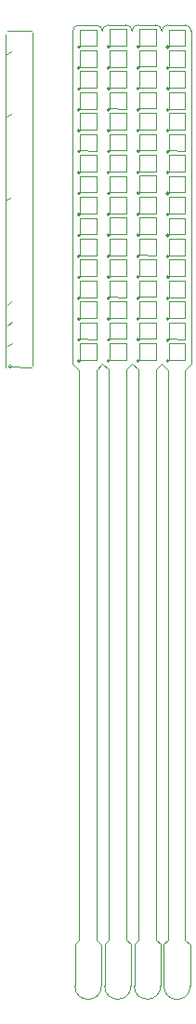
<source format=gto>
G04 #@! TF.GenerationSoftware,KiCad,Pcbnew,(5.99.0-286-g11f0acefe)*
G04 #@! TF.CreationDate,2020-01-02T20:44:44-05:00*
G04 #@! TF.ProjectId,output3,6f757470-7574-4332-9e6b-696361645f70,rev?*
G04 #@! TF.SameCoordinates,Original*
G04 #@! TF.FileFunction,Legend,Top*
G04 #@! TF.FilePolarity,Positive*
%FSLAX46Y46*%
G04 Gerber Fmt 4.6, Leading zero omitted, Abs format (unit mm)*
G04 Created by KiCad (PCBNEW (5.99.0-286-g11f0acefe)) date 2020-01-02 20:44:44*
%MOMM*%
%LPD*%
G04 APERTURE LIST*
%ADD10C,0.050000*%
%ADD11C,0.120000*%
%ADD12C,0.150000*%
G04 APERTURE END LIST*
D10*
X93750000Y-45080000D02*
X93750002Y-45099999D01*
X93750000Y-75280000D02*
X93750000Y-75300000D01*
X91050000Y-75280000D02*
X91050000Y-75290000D01*
X88350000Y-75290000D02*
X88350000Y-75300000D01*
X88350002Y-45089999D02*
X88350000Y-45100000D01*
X91050002Y-45079999D02*
X91050000Y-45090000D01*
X93750002Y-45099999D02*
G75*
G02X94300001Y-44550002I549998J-1D01*
G01*
X96350000Y-131800000D02*
G75*
G02X93950000Y-131800000I-1200000J0D01*
G01*
X94300000Y-127600000D02*
X94300000Y-75850000D01*
X94300000Y-75850000D02*
X93750000Y-75300000D01*
X94300000Y-44550000D02*
X95900003Y-44550001D01*
X96450000Y-45100000D02*
X96450000Y-75300000D01*
X96450000Y-75300000D02*
X95900000Y-75850000D01*
X95900003Y-44550001D02*
G75*
G02X96450000Y-45100000I-1J-549998D01*
G01*
X96350000Y-128000000D02*
X95900000Y-127600000D01*
X94300000Y-127600000D02*
X93950000Y-127950000D01*
X96350000Y-131800000D02*
X96350000Y-128000000D01*
X93950000Y-127950000D02*
X93950000Y-131800000D01*
X95900000Y-75850000D02*
X95900000Y-127600000D01*
X91050002Y-45079999D02*
G75*
G02X91600001Y-44530002I549998J-1D01*
G01*
X93650000Y-131780000D02*
G75*
G02X91250000Y-131780000I-1200000J0D01*
G01*
X91600000Y-127580000D02*
X91600000Y-75830000D01*
X91600000Y-75830000D02*
X91050000Y-75280000D01*
X91600000Y-44530000D02*
X93200003Y-44530001D01*
X93750000Y-75280000D02*
X93200000Y-75830000D01*
X93200003Y-44530001D02*
G75*
G02X93750000Y-45080000I-1J-549998D01*
G01*
X93650000Y-127980000D02*
X93200000Y-127580000D01*
X91600000Y-127580000D02*
X91250000Y-127930000D01*
X93650000Y-131780000D02*
X93650000Y-127980000D01*
X91250000Y-127930000D02*
X91250000Y-131780000D01*
X93200000Y-75830000D02*
X93200000Y-127580000D01*
X88350002Y-45089999D02*
G75*
G02X88900001Y-44540002I549998J-1D01*
G01*
X90950000Y-131790000D02*
G75*
G02X88550000Y-131790000I-1200000J0D01*
G01*
X88900000Y-127590000D02*
X88900000Y-75840000D01*
X88900000Y-75840000D02*
X88350000Y-75290000D01*
X88900000Y-44540000D02*
X90500003Y-44540001D01*
X91050000Y-75290000D02*
X90500000Y-75840000D01*
X90500003Y-44540001D02*
G75*
G02X91050000Y-45090000I-1J-549998D01*
G01*
X90950000Y-127990000D02*
X90500000Y-127590000D01*
X88900000Y-127590000D02*
X88550000Y-127940000D01*
X90950000Y-131790000D02*
X90950000Y-127990000D01*
X88550000Y-127940000D02*
X88550000Y-131790000D01*
X90500000Y-75840000D02*
X90500000Y-127590000D01*
X87800003Y-44550001D02*
G75*
G02X88350000Y-45100000I-1J-549998D01*
G01*
X85650002Y-45099999D02*
G75*
G02X86200001Y-44550002I549998J-1D01*
G01*
X85850000Y-127950000D02*
X85850000Y-131800000D01*
X86200000Y-127600000D02*
X85850000Y-127950000D01*
X88250000Y-128000000D02*
X87800000Y-127600000D01*
X88250000Y-131800000D02*
X88250000Y-128000000D01*
X87800000Y-75850000D02*
X87800000Y-127600000D01*
X88350000Y-75300000D02*
X87800000Y-75850000D01*
X86200000Y-44550000D02*
X87800003Y-44550001D01*
X85650000Y-75300000D02*
X85650002Y-45099999D01*
X86200000Y-75850000D02*
X85650000Y-75300000D01*
X86200000Y-127600000D02*
X86200000Y-75850000D01*
X88250000Y-131800000D02*
G75*
G02X85850000Y-131800000I-1200000J0D01*
G01*
D11*
X80000000Y-46897615D02*
X79500000Y-47300000D01*
X79999772Y-52597842D02*
X79600000Y-52900000D01*
X79550000Y-60500000D02*
X79950000Y-60200000D01*
X79700000Y-69950000D02*
X80150000Y-69550000D01*
X79650000Y-71850000D02*
X80099260Y-71498824D01*
X79700000Y-73700000D02*
X80100000Y-73400000D01*
X80108114Y-75550000D02*
G75*
G03X80108114Y-75550000I-158114J0D01*
G01*
X79500000Y-45400000D02*
X79550000Y-75600000D01*
X81850000Y-45100000D02*
X79650000Y-45100000D01*
X82000000Y-75500000D02*
X82000000Y-45200000D01*
X79750000Y-75550000D02*
X81900000Y-75600000D01*
D10*
X94403422Y-73449006D02*
X95903416Y-73453281D01*
X95903416Y-73453281D02*
X95899140Y-74953275D01*
X95899140Y-74953275D02*
X94399146Y-74949000D01*
X94399146Y-74949000D02*
X94403422Y-73449006D01*
D12*
X94398860Y-75048714D02*
G75*
G03X94398860Y-75048714I-99999J0D01*
G01*
D10*
X94403194Y-71548918D02*
X95903188Y-71552909D01*
X95903188Y-71552909D02*
X95899198Y-73052904D01*
X95899198Y-73052904D02*
X94399203Y-73048913D01*
X94399203Y-73048913D02*
X94403194Y-71548918D01*
D12*
X94398936Y-73148646D02*
G75*
G03X94398936Y-73148646I-99999J0D01*
G01*
D10*
X94402965Y-69648829D02*
X95902961Y-69652534D01*
X95902961Y-69652534D02*
X95899255Y-71152530D01*
X95899255Y-71152530D02*
X94399260Y-71148824D01*
X94399260Y-71148824D02*
X94402965Y-69648829D01*
D12*
X94399013Y-71248577D02*
G75*
G03X94399013Y-71248577I-100000J0D01*
G01*
D10*
X94402737Y-67748738D02*
X95902733Y-67752159D01*
X95902733Y-67752159D02*
X95899313Y-69252155D01*
X95899313Y-69252155D02*
X94399317Y-69248734D01*
X94399317Y-69248734D02*
X94402737Y-67748738D01*
D12*
X94399089Y-69348506D02*
G75*
G03X94399089Y-69348506I-100000J0D01*
G01*
D10*
X94402509Y-65848648D02*
X95902506Y-65851783D01*
X95902506Y-65851783D02*
X95899370Y-67351780D01*
X95899370Y-67351780D02*
X94399374Y-67348644D01*
X94399374Y-67348644D02*
X94402509Y-65848648D01*
D12*
X94399165Y-67448435D02*
G75*
G03X94399165Y-67448435I-100000J0D01*
G01*
D10*
X94402281Y-63948555D02*
X95902278Y-63951406D01*
X95902278Y-63951406D02*
X95899428Y-65451403D01*
X95899428Y-65451403D02*
X94399430Y-65448552D01*
X94399430Y-65448552D02*
X94402281Y-63948555D01*
D12*
X94399241Y-65548362D02*
G75*
G03X94399241Y-65548362I-100000J0D01*
G01*
D10*
X94402053Y-62048463D02*
X95902051Y-62051028D01*
X95902051Y-62051028D02*
X95899485Y-63551026D01*
X95899485Y-63551026D02*
X94399487Y-63548460D01*
X94399487Y-63548460D02*
X94402053Y-62048463D01*
D12*
X94399316Y-63648289D02*
G75*
G03X94399316Y-63648289I-100000J0D01*
G01*
D10*
X94401825Y-60148370D02*
X95901823Y-60150651D01*
X95901823Y-60150651D02*
X95899543Y-61650649D01*
X95899543Y-61650649D02*
X94399544Y-61648369D01*
X94399544Y-61648369D02*
X94401825Y-60148370D01*
D12*
X94399391Y-61748216D02*
G75*
G03X94399391Y-61748216I-99999J0D01*
G01*
D10*
X94401597Y-58248277D02*
X95901595Y-58250272D01*
X95901595Y-58250272D02*
X95899600Y-59750271D01*
X95899600Y-59750271D02*
X94399601Y-59748276D01*
X94399601Y-59748276D02*
X94401597Y-58248277D01*
D12*
X94399468Y-59848143D02*
G75*
G03X94399468Y-59848143I-100000J0D01*
G01*
D10*
X94401368Y-56348183D02*
X95901367Y-56349893D01*
X95901367Y-56349893D02*
X95899657Y-57849892D01*
X95899657Y-57849892D02*
X94399658Y-57848182D01*
X94399658Y-57848182D02*
X94401368Y-56348183D01*
D12*
X94399544Y-57948068D02*
G75*
G03X94399544Y-57948068I-100000J0D01*
G01*
D10*
X94401140Y-54448088D02*
X95901140Y-54449514D01*
X95901140Y-54449514D02*
X95899714Y-55949513D01*
X95899714Y-55949513D02*
X94399715Y-55948088D01*
X94399715Y-55948088D02*
X94401140Y-54448088D01*
D12*
X94399620Y-56047993D02*
G75*
G03X94399620Y-56047993I-100000J0D01*
G01*
D10*
X94400912Y-52547994D02*
X95900912Y-52549135D01*
X95900912Y-52549135D02*
X95899772Y-54049134D01*
X95899772Y-54049134D02*
X94399772Y-54047994D01*
X94399772Y-54047994D02*
X94400912Y-52547994D01*
D12*
X94399696Y-54147918D02*
G75*
G03X94399696Y-54147918I-100000J0D01*
G01*
D10*
X94400684Y-50647899D02*
X95900684Y-50648754D01*
X95900684Y-50648754D02*
X95899829Y-52148754D01*
X95899829Y-52148754D02*
X94399829Y-52147899D01*
X94399829Y-52147899D02*
X94400684Y-50647899D01*
D12*
X94399772Y-52247842D02*
G75*
G03X94399772Y-52247842I-100000J0D01*
G01*
D10*
X94400456Y-48747804D02*
X95900456Y-48748374D01*
X95900456Y-48748374D02*
X95899886Y-50248374D01*
X95899886Y-50248374D02*
X94399886Y-50247804D01*
X94399886Y-50247804D02*
X94400456Y-48747804D01*
D12*
X94399848Y-50347766D02*
G75*
G03X94399848Y-50347766I-100000J0D01*
G01*
D10*
X94400228Y-46847710D02*
X95900228Y-46847995D01*
X95900228Y-46847995D02*
X95899943Y-48347995D01*
X95899943Y-48347995D02*
X94399943Y-48347710D01*
X94399943Y-48347710D02*
X94400228Y-46847710D01*
D12*
X94399924Y-48447691D02*
G75*
G03X94399924Y-48447691I-100000J0D01*
G01*
D10*
X94400000Y-44947615D02*
X95900000Y-44947615D01*
X95900000Y-44947615D02*
X95900000Y-46447615D01*
X95900000Y-46447615D02*
X94400000Y-46447615D01*
X94400000Y-46447615D02*
X94400000Y-44947615D01*
D12*
X94400000Y-46547615D02*
G75*
G03X94400000Y-46547615I-100000J0D01*
G01*
D10*
X91703422Y-73429006D02*
X93203416Y-73433281D01*
X93203416Y-73433281D02*
X93199140Y-74933275D01*
X93199140Y-74933275D02*
X91699146Y-74929000D01*
X91699146Y-74929000D02*
X91703422Y-73429006D01*
D12*
X91698860Y-75028714D02*
G75*
G03X91698860Y-75028714I-99999J0D01*
G01*
D10*
X91703194Y-71528918D02*
X93203188Y-71532909D01*
X93203188Y-71532909D02*
X93199198Y-73032904D01*
X93199198Y-73032904D02*
X91699203Y-73028913D01*
X91699203Y-73028913D02*
X91703194Y-71528918D01*
D12*
X91698936Y-73128646D02*
G75*
G03X91698936Y-73128646I-99999J0D01*
G01*
D10*
X91702965Y-69628829D02*
X93202961Y-69632534D01*
X93202961Y-69632534D02*
X93199255Y-71132530D01*
X93199255Y-71132530D02*
X91699260Y-71128824D01*
X91699260Y-71128824D02*
X91702965Y-69628829D01*
D12*
X91699013Y-71228577D02*
G75*
G03X91699013Y-71228577I-100000J0D01*
G01*
D10*
X91702737Y-67728738D02*
X93202733Y-67732159D01*
X93202733Y-67732159D02*
X93199313Y-69232155D01*
X93199313Y-69232155D02*
X91699317Y-69228734D01*
X91699317Y-69228734D02*
X91702737Y-67728738D01*
D12*
X91699089Y-69328506D02*
G75*
G03X91699089Y-69328506I-100000J0D01*
G01*
D10*
X91702509Y-65828648D02*
X93202506Y-65831783D01*
X93202506Y-65831783D02*
X93199370Y-67331780D01*
X93199370Y-67331780D02*
X91699374Y-67328644D01*
X91699374Y-67328644D02*
X91702509Y-65828648D01*
D12*
X91699165Y-67428435D02*
G75*
G03X91699165Y-67428435I-100000J0D01*
G01*
D10*
X91702281Y-63928555D02*
X93202278Y-63931406D01*
X93202278Y-63931406D02*
X93199428Y-65431403D01*
X93199428Y-65431403D02*
X91699430Y-65428552D01*
X91699430Y-65428552D02*
X91702281Y-63928555D01*
D12*
X91699241Y-65528362D02*
G75*
G03X91699241Y-65528362I-100000J0D01*
G01*
D10*
X91702053Y-62028463D02*
X93202051Y-62031028D01*
X93202051Y-62031028D02*
X93199485Y-63531026D01*
X93199485Y-63531026D02*
X91699487Y-63528460D01*
X91699487Y-63528460D02*
X91702053Y-62028463D01*
D12*
X91699316Y-63628289D02*
G75*
G03X91699316Y-63628289I-100000J0D01*
G01*
D10*
X91701825Y-60128370D02*
X93201823Y-60130651D01*
X93201823Y-60130651D02*
X93199543Y-61630649D01*
X93199543Y-61630649D02*
X91699544Y-61628369D01*
X91699544Y-61628369D02*
X91701825Y-60128370D01*
D12*
X91699391Y-61728216D02*
G75*
G03X91699391Y-61728216I-99999J0D01*
G01*
D10*
X91701597Y-58228277D02*
X93201595Y-58230272D01*
X93201595Y-58230272D02*
X93199600Y-59730271D01*
X93199600Y-59730271D02*
X91699601Y-59728276D01*
X91699601Y-59728276D02*
X91701597Y-58228277D01*
D12*
X91699468Y-59828143D02*
G75*
G03X91699468Y-59828143I-100000J0D01*
G01*
D10*
X91701368Y-56328183D02*
X93201367Y-56329893D01*
X93201367Y-56329893D02*
X93199657Y-57829892D01*
X93199657Y-57829892D02*
X91699658Y-57828182D01*
X91699658Y-57828182D02*
X91701368Y-56328183D01*
D12*
X91699544Y-57928068D02*
G75*
G03X91699544Y-57928068I-100000J0D01*
G01*
D10*
X91701140Y-54428088D02*
X93201140Y-54429514D01*
X93201140Y-54429514D02*
X93199714Y-55929513D01*
X93199714Y-55929513D02*
X91699715Y-55928088D01*
X91699715Y-55928088D02*
X91701140Y-54428088D01*
D12*
X91699620Y-56027993D02*
G75*
G03X91699620Y-56027993I-100000J0D01*
G01*
D10*
X91700912Y-52527994D02*
X93200912Y-52529135D01*
X93200912Y-52529135D02*
X93199772Y-54029134D01*
X93199772Y-54029134D02*
X91699772Y-54027994D01*
X91699772Y-54027994D02*
X91700912Y-52527994D01*
D12*
X91699696Y-54127918D02*
G75*
G03X91699696Y-54127918I-100000J0D01*
G01*
D10*
X91700684Y-50627899D02*
X93200684Y-50628754D01*
X93200684Y-50628754D02*
X93199829Y-52128754D01*
X93199829Y-52128754D02*
X91699829Y-52127899D01*
X91699829Y-52127899D02*
X91700684Y-50627899D01*
D12*
X91699772Y-52227842D02*
G75*
G03X91699772Y-52227842I-100000J0D01*
G01*
D10*
X91700456Y-48727804D02*
X93200456Y-48728374D01*
X93200456Y-48728374D02*
X93199886Y-50228374D01*
X93199886Y-50228374D02*
X91699886Y-50227804D01*
X91699886Y-50227804D02*
X91700456Y-48727804D01*
D12*
X91699848Y-50327766D02*
G75*
G03X91699848Y-50327766I-100000J0D01*
G01*
D10*
X91700228Y-46827710D02*
X93200228Y-46827995D01*
X93200228Y-46827995D02*
X93199943Y-48327995D01*
X93199943Y-48327995D02*
X91699943Y-48327710D01*
X91699943Y-48327710D02*
X91700228Y-46827710D01*
D12*
X91699924Y-48427691D02*
G75*
G03X91699924Y-48427691I-100000J0D01*
G01*
D10*
X91700000Y-44927615D02*
X93200000Y-44927615D01*
X93200000Y-44927615D02*
X93200000Y-46427615D01*
X93200000Y-46427615D02*
X91700000Y-46427615D01*
X91700000Y-46427615D02*
X91700000Y-44927615D01*
D12*
X91700000Y-46527615D02*
G75*
G03X91700000Y-46527615I-100000J0D01*
G01*
D10*
X89003422Y-73439006D02*
X90503416Y-73443281D01*
X90503416Y-73443281D02*
X90499140Y-74943275D01*
X90499140Y-74943275D02*
X88999146Y-74939000D01*
X88999146Y-74939000D02*
X89003422Y-73439006D01*
D12*
X88998860Y-75038714D02*
G75*
G03X88998860Y-75038714I-99999J0D01*
G01*
D10*
X89003194Y-71538918D02*
X90503188Y-71542909D01*
X90503188Y-71542909D02*
X90499198Y-73042904D01*
X90499198Y-73042904D02*
X88999203Y-73038913D01*
X88999203Y-73038913D02*
X89003194Y-71538918D01*
D12*
X88998936Y-73138646D02*
G75*
G03X88998936Y-73138646I-99999J0D01*
G01*
D10*
X89002965Y-69638829D02*
X90502961Y-69642534D01*
X90502961Y-69642534D02*
X90499255Y-71142530D01*
X90499255Y-71142530D02*
X88999260Y-71138824D01*
X88999260Y-71138824D02*
X89002965Y-69638829D01*
D12*
X88999013Y-71238577D02*
G75*
G03X88999013Y-71238577I-100000J0D01*
G01*
D10*
X89002737Y-67738738D02*
X90502733Y-67742159D01*
X90502733Y-67742159D02*
X90499313Y-69242155D01*
X90499313Y-69242155D02*
X88999317Y-69238734D01*
X88999317Y-69238734D02*
X89002737Y-67738738D01*
D12*
X88999089Y-69338506D02*
G75*
G03X88999089Y-69338506I-100000J0D01*
G01*
D10*
X89002509Y-65838648D02*
X90502506Y-65841783D01*
X90502506Y-65841783D02*
X90499370Y-67341780D01*
X90499370Y-67341780D02*
X88999374Y-67338644D01*
X88999374Y-67338644D02*
X89002509Y-65838648D01*
D12*
X88999165Y-67438435D02*
G75*
G03X88999165Y-67438435I-100000J0D01*
G01*
D10*
X89002281Y-63938555D02*
X90502278Y-63941406D01*
X90502278Y-63941406D02*
X90499428Y-65441403D01*
X90499428Y-65441403D02*
X88999430Y-65438552D01*
X88999430Y-65438552D02*
X89002281Y-63938555D01*
D12*
X88999241Y-65538362D02*
G75*
G03X88999241Y-65538362I-100000J0D01*
G01*
D10*
X89002053Y-62038463D02*
X90502051Y-62041028D01*
X90502051Y-62041028D02*
X90499485Y-63541026D01*
X90499485Y-63541026D02*
X88999487Y-63538460D01*
X88999487Y-63538460D02*
X89002053Y-62038463D01*
D12*
X88999316Y-63638289D02*
G75*
G03X88999316Y-63638289I-100000J0D01*
G01*
D10*
X89001825Y-60138370D02*
X90501823Y-60140651D01*
X90501823Y-60140651D02*
X90499543Y-61640649D01*
X90499543Y-61640649D02*
X88999544Y-61638369D01*
X88999544Y-61638369D02*
X89001825Y-60138370D01*
D12*
X88999391Y-61738216D02*
G75*
G03X88999391Y-61738216I-99999J0D01*
G01*
D10*
X89001597Y-58238277D02*
X90501595Y-58240272D01*
X90501595Y-58240272D02*
X90499600Y-59740271D01*
X90499600Y-59740271D02*
X88999601Y-59738276D01*
X88999601Y-59738276D02*
X89001597Y-58238277D01*
D12*
X88999468Y-59838143D02*
G75*
G03X88999468Y-59838143I-100000J0D01*
G01*
D10*
X89001368Y-56338183D02*
X90501367Y-56339893D01*
X90501367Y-56339893D02*
X90499657Y-57839892D01*
X90499657Y-57839892D02*
X88999658Y-57838182D01*
X88999658Y-57838182D02*
X89001368Y-56338183D01*
D12*
X88999544Y-57938068D02*
G75*
G03X88999544Y-57938068I-100000J0D01*
G01*
D10*
X89001140Y-54438088D02*
X90501140Y-54439514D01*
X90501140Y-54439514D02*
X90499714Y-55939513D01*
X90499714Y-55939513D02*
X88999715Y-55938088D01*
X88999715Y-55938088D02*
X89001140Y-54438088D01*
D12*
X88999620Y-56037993D02*
G75*
G03X88999620Y-56037993I-100000J0D01*
G01*
D10*
X89000912Y-52537994D02*
X90500912Y-52539135D01*
X90500912Y-52539135D02*
X90499772Y-54039134D01*
X90499772Y-54039134D02*
X88999772Y-54037994D01*
X88999772Y-54037994D02*
X89000912Y-52537994D01*
D12*
X88999696Y-54137918D02*
G75*
G03X88999696Y-54137918I-100000J0D01*
G01*
D10*
X89000684Y-50637899D02*
X90500684Y-50638754D01*
X90500684Y-50638754D02*
X90499829Y-52138754D01*
X90499829Y-52138754D02*
X88999829Y-52137899D01*
X88999829Y-52137899D02*
X89000684Y-50637899D01*
D12*
X88999772Y-52237842D02*
G75*
G03X88999772Y-52237842I-100000J0D01*
G01*
D10*
X89000456Y-48737804D02*
X90500456Y-48738374D01*
X90500456Y-48738374D02*
X90499886Y-50238374D01*
X90499886Y-50238374D02*
X88999886Y-50237804D01*
X88999886Y-50237804D02*
X89000456Y-48737804D01*
D12*
X88999848Y-50337766D02*
G75*
G03X88999848Y-50337766I-100000J0D01*
G01*
D10*
X89000228Y-46837710D02*
X90500228Y-46837995D01*
X90500228Y-46837995D02*
X90499943Y-48337995D01*
X90499943Y-48337995D02*
X88999943Y-48337710D01*
X88999943Y-48337710D02*
X89000228Y-46837710D01*
D12*
X88999924Y-48437691D02*
G75*
G03X88999924Y-48437691I-100000J0D01*
G01*
D10*
X89000000Y-44937615D02*
X90500000Y-44937615D01*
X90500000Y-44937615D02*
X90500000Y-46437615D01*
X90500000Y-46437615D02*
X89000000Y-46437615D01*
X89000000Y-46437615D02*
X89000000Y-44937615D01*
D12*
X89000000Y-46537615D02*
G75*
G03X89000000Y-46537615I-100000J0D01*
G01*
D10*
X86300000Y-44947615D02*
X87800000Y-44947615D01*
X87800000Y-44947615D02*
X87800000Y-46447615D01*
X87800000Y-46447615D02*
X86300000Y-46447615D01*
X86300000Y-46447615D02*
X86300000Y-44947615D01*
D12*
X86300000Y-46547615D02*
G75*
G03X86300000Y-46547615I-100000J0D01*
G01*
D10*
X86300228Y-46847710D02*
X87800228Y-46847995D01*
X87800228Y-46847995D02*
X87799943Y-48347995D01*
X87799943Y-48347995D02*
X86299943Y-48347710D01*
X86299943Y-48347710D02*
X86300228Y-46847710D01*
D12*
X86299924Y-48447691D02*
G75*
G03X86299924Y-48447691I-100000J0D01*
G01*
D10*
X86300456Y-48747804D02*
X87800456Y-48748374D01*
X87800456Y-48748374D02*
X87799886Y-50248374D01*
X87799886Y-50248374D02*
X86299886Y-50247804D01*
X86299886Y-50247804D02*
X86300456Y-48747804D01*
D12*
X86299848Y-50347766D02*
G75*
G03X86299848Y-50347766I-100000J0D01*
G01*
D10*
X86300684Y-50647899D02*
X87800684Y-50648754D01*
X87800684Y-50648754D02*
X87799829Y-52148754D01*
X87799829Y-52148754D02*
X86299829Y-52147899D01*
X86299829Y-52147899D02*
X86300684Y-50647899D01*
D12*
X86299772Y-52247842D02*
G75*
G03X86299772Y-52247842I-100000J0D01*
G01*
D10*
X86300912Y-52547994D02*
X87800912Y-52549135D01*
X87800912Y-52549135D02*
X87799772Y-54049134D01*
X87799772Y-54049134D02*
X86299772Y-54047994D01*
X86299772Y-54047994D02*
X86300912Y-52547994D01*
D12*
X86299696Y-54147918D02*
G75*
G03X86299696Y-54147918I-100000J0D01*
G01*
D10*
X86301140Y-54448088D02*
X87801140Y-54449514D01*
X87801140Y-54449514D02*
X87799714Y-55949513D01*
X87799714Y-55949513D02*
X86299715Y-55948088D01*
X86299715Y-55948088D02*
X86301140Y-54448088D01*
D12*
X86299620Y-56047993D02*
G75*
G03X86299620Y-56047993I-100000J0D01*
G01*
D10*
X86301368Y-56348183D02*
X87801367Y-56349893D01*
X87801367Y-56349893D02*
X87799657Y-57849892D01*
X87799657Y-57849892D02*
X86299658Y-57848182D01*
X86299658Y-57848182D02*
X86301368Y-56348183D01*
D12*
X86299544Y-57948068D02*
G75*
G03X86299544Y-57948068I-100000J0D01*
G01*
D10*
X86301597Y-58248277D02*
X87801595Y-58250272D01*
X87801595Y-58250272D02*
X87799600Y-59750271D01*
X87799600Y-59750271D02*
X86299601Y-59748276D01*
X86299601Y-59748276D02*
X86301597Y-58248277D01*
D12*
X86299468Y-59848143D02*
G75*
G03X86299468Y-59848143I-100000J0D01*
G01*
D10*
X86301825Y-60148370D02*
X87801823Y-60150651D01*
X87801823Y-60150651D02*
X87799543Y-61650649D01*
X87799543Y-61650649D02*
X86299544Y-61648369D01*
X86299544Y-61648369D02*
X86301825Y-60148370D01*
D12*
X86299391Y-61748216D02*
G75*
G03X86299391Y-61748216I-99999J0D01*
G01*
D10*
X86302053Y-62048463D02*
X87802051Y-62051028D01*
X87802051Y-62051028D02*
X87799485Y-63551026D01*
X87799485Y-63551026D02*
X86299487Y-63548460D01*
X86299487Y-63548460D02*
X86302053Y-62048463D01*
D12*
X86299316Y-63648289D02*
G75*
G03X86299316Y-63648289I-100000J0D01*
G01*
D10*
X86302281Y-63948555D02*
X87802278Y-63951406D01*
X87802278Y-63951406D02*
X87799428Y-65451403D01*
X87799428Y-65451403D02*
X86299430Y-65448552D01*
X86299430Y-65448552D02*
X86302281Y-63948555D01*
D12*
X86299241Y-65548362D02*
G75*
G03X86299241Y-65548362I-100000J0D01*
G01*
D10*
X86302509Y-65848648D02*
X87802506Y-65851783D01*
X87802506Y-65851783D02*
X87799370Y-67351780D01*
X87799370Y-67351780D02*
X86299374Y-67348644D01*
X86299374Y-67348644D02*
X86302509Y-65848648D01*
D12*
X86299165Y-67448435D02*
G75*
G03X86299165Y-67448435I-100000J0D01*
G01*
D10*
X86302737Y-67748738D02*
X87802733Y-67752159D01*
X87802733Y-67752159D02*
X87799313Y-69252155D01*
X87799313Y-69252155D02*
X86299317Y-69248734D01*
X86299317Y-69248734D02*
X86302737Y-67748738D01*
D12*
X86299089Y-69348506D02*
G75*
G03X86299089Y-69348506I-100000J0D01*
G01*
D10*
X86302965Y-69648829D02*
X87802961Y-69652534D01*
X87802961Y-69652534D02*
X87799255Y-71152530D01*
X87799255Y-71152530D02*
X86299260Y-71148824D01*
X86299260Y-71148824D02*
X86302965Y-69648829D01*
D12*
X86299013Y-71248577D02*
G75*
G03X86299013Y-71248577I-100000J0D01*
G01*
D10*
X86303194Y-71548918D02*
X87803188Y-71552909D01*
X87803188Y-71552909D02*
X87799198Y-73052904D01*
X87799198Y-73052904D02*
X86299203Y-73048913D01*
X86299203Y-73048913D02*
X86303194Y-71548918D01*
D12*
X86298936Y-73148646D02*
G75*
G03X86298936Y-73148646I-99999J0D01*
G01*
D10*
X86303422Y-73449006D02*
X87803416Y-73453281D01*
X87803416Y-73453281D02*
X87799140Y-74953275D01*
X87799140Y-74953275D02*
X86299146Y-74949000D01*
X86299146Y-74949000D02*
X86303422Y-73449006D01*
D12*
X86298860Y-75048714D02*
G75*
G03X86298860Y-75048714I-99999J0D01*
G01*
M02*

</source>
